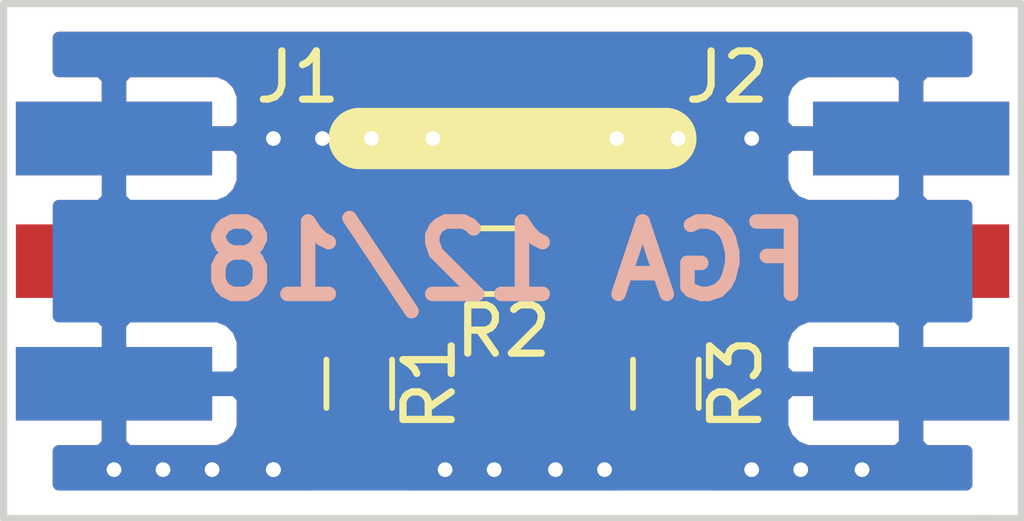
<source format=kicad_pcb>
(kicad_pcb (version 20171130) (host pcbnew 5.0.1)

  (general
    (thickness 1.6)
    (drawings 7)
    (tracks 45)
    (zones 0)
    (modules 5)
    (nets 4)
  )

  (page A4)
  (layers
    (0 F.Cu signal)
    (31 B.Cu signal)
    (32 B.Adhes user)
    (33 F.Adhes user)
    (34 B.Paste user)
    (35 F.Paste user)
    (36 B.SilkS user)
    (37 F.SilkS user)
    (38 B.Mask user)
    (39 F.Mask user)
    (40 Dwgs.User user)
    (41 Cmts.User user)
    (42 Eco1.User user)
    (43 Eco2.User user)
    (44 Edge.Cuts user)
    (45 Margin user)
    (46 B.CrtYd user)
    (47 F.CrtYd user)
    (48 B.Fab user)
    (49 F.Fab user)
  )

  (setup
    (last_trace_width 0.2032)
    (trace_clearance 0.2032)
    (zone_clearance 0.508)
    (zone_45_only no)
    (trace_min 0.2032)
    (segment_width 0.2)
    (edge_width 0.15)
    (via_size 0.6096)
    (via_drill 0.3048)
    (via_min_size 0.6096)
    (via_min_drill 0.3048)
    (uvia_size 0.3)
    (uvia_drill 0.1)
    (uvias_allowed no)
    (uvia_min_size 0.2)
    (uvia_min_drill 0.1)
    (pcb_text_width 0.3)
    (pcb_text_size 1.5 1.5)
    (mod_edge_width 0.15)
    (mod_text_size 1 1)
    (mod_text_width 0.15)
    (pad_size 1.524 1.524)
    (pad_drill 0.762)
    (pad_to_mask_clearance 0.051)
    (solder_mask_min_width 0.25)
    (aux_axis_origin 0 0)
    (visible_elements FFFFFF7F)
    (pcbplotparams
      (layerselection 0x010fc_ffffffff)
      (usegerberextensions false)
      (usegerberattributes false)
      (usegerberadvancedattributes false)
      (creategerberjobfile false)
      (excludeedgelayer true)
      (linewidth 0.100000)
      (plotframeref false)
      (viasonmask false)
      (mode 1)
      (useauxorigin false)
      (hpglpennumber 1)
      (hpglpenspeed 20)
      (hpglpendiameter 15.000000)
      (psnegative false)
      (psa4output false)
      (plotreference true)
      (plotvalue false)
      (plotinvisibletext false)
      (padsonsilk false)
      (subtractmaskfromsilk false)
      (outputformat 1)
      (mirror false)
      (drillshape 0)
      (scaleselection 1)
      (outputdirectory ""))
  )

  (net 0 "")
  (net 1 GND)
  (net 2 "Net-(J1-Pad1)")
  (net 3 "Net-(J2-Pad1)")

  (net_class Default "This is the default net class."
    (clearance 0.2032)
    (trace_width 0.2032)
    (via_dia 0.6096)
    (via_drill 0.3048)
    (uvia_dia 0.3)
    (uvia_drill 0.1)
    (diff_pair_gap 0.2032)
    (diff_pair_width 0.2032)
    (add_net GND)
  )

  (net_class 50Ohm ""
    (clearance 0.762)
    (trace_width 1.27)
    (via_dia 0.6096)
    (via_drill 0.3048)
    (uvia_dia 0.3)
    (uvia_drill 0.1)
    (diff_pair_gap 0.2032)
    (diff_pair_width 0.2032)
    (add_net "Net-(J1-Pad1)")
    (add_net "Net-(J2-Pad1)")
  )

  (module RFLego_Footprint:SMA_Edge (layer F.Cu) (tedit 5C163003) (tstamp 5C163161)
    (at 95.758 83.82)
    (path /5C16334A)
    (fp_text reference J1 (at 5.842 -3.81) (layer F.SilkS)
      (effects (font (size 1 1) (thickness 0.15)))
    )
    (fp_text value SMA (at 1.27 6.35) (layer F.Fab) hide
      (effects (font (size 1 1) (thickness 0.15)))
    )
    (pad 2 smd rect (at 2.032 2.54) (size 4.064 1.524) (layers F.Cu F.Mask)
      (net 1 GND))
    (pad 2 smd rect (at 2.032 -2.54) (size 4.064 1.524) (layers B.Cu B.Mask)
      (net 1 GND))
    (pad 2 smd rect (at 2.032 2.54) (size 4.064 1.524) (layers B.Cu B.Mask)
      (net 1 GND))
    (pad 2 smd rect (at 2.032 -2.54) (size 4.064 1.524) (layers F.Cu F.Mask)
      (net 1 GND))
    (pad 1 smd rect (at 2.032 0) (size 4.064 1.524) (layers F.Cu F.Mask)
      (net 2 "Net-(J1-Pad1)"))
  )

  (module RFLego_Footprint:SMA_Edge (layer F.Cu) (tedit 5C163003) (tstamp 5C16316A)
    (at 112.268 83.82)
    (path /5C1632B6)
    (fp_text reference J2 (at -1.778 -3.81) (layer F.SilkS)
      (effects (font (size 1 1) (thickness 0.15)))
    )
    (fp_text value SMA (at 1.27 6.35) (layer F.Fab) hide
      (effects (font (size 1 1) (thickness 0.15)))
    )
    (pad 1 smd rect (at 2.032 0) (size 4.064 1.524) (layers F.Cu F.Mask)
      (net 3 "Net-(J2-Pad1)"))
    (pad 2 smd rect (at 2.032 -2.54) (size 4.064 1.524) (layers F.Cu F.Mask)
      (net 1 GND))
    (pad 2 smd rect (at 2.032 2.54) (size 4.064 1.524) (layers B.Cu B.Mask)
      (net 1 GND))
    (pad 2 smd rect (at 2.032 -2.54) (size 4.064 1.524) (layers B.Cu B.Mask)
      (net 1 GND))
    (pad 2 smd rect (at 2.032 2.54) (size 4.064 1.524) (layers F.Cu F.Mask)
      (net 1 GND))
  )

  (module Resistors_SMD:R_0603_HandSoldering (layer F.Cu) (tedit 58E0A804) (tstamp 5C16317B)
    (at 102.87 86.36 270)
    (descr "Resistor SMD 0603, hand soldering")
    (tags "resistor 0603")
    (path /5C1630BE)
    (attr smd)
    (fp_text reference R1 (at 0 -1.45 270) (layer F.SilkS)
      (effects (font (size 1 1) (thickness 0.15)))
    )
    (fp_text value R (at 0 1.55 270) (layer F.Fab)
      (effects (font (size 1 1) (thickness 0.15)))
    )
    (fp_line (start 1.95 0.7) (end -1.96 0.7) (layer F.CrtYd) (width 0.05))
    (fp_line (start 1.95 0.7) (end 1.95 -0.7) (layer F.CrtYd) (width 0.05))
    (fp_line (start -1.96 -0.7) (end -1.96 0.7) (layer F.CrtYd) (width 0.05))
    (fp_line (start -1.96 -0.7) (end 1.95 -0.7) (layer F.CrtYd) (width 0.05))
    (fp_line (start -0.5 -0.68) (end 0.5 -0.68) (layer F.SilkS) (width 0.12))
    (fp_line (start 0.5 0.68) (end -0.5 0.68) (layer F.SilkS) (width 0.12))
    (fp_line (start -0.8 -0.4) (end 0.8 -0.4) (layer F.Fab) (width 0.1))
    (fp_line (start 0.8 -0.4) (end 0.8 0.4) (layer F.Fab) (width 0.1))
    (fp_line (start 0.8 0.4) (end -0.8 0.4) (layer F.Fab) (width 0.1))
    (fp_line (start -0.8 0.4) (end -0.8 -0.4) (layer F.Fab) (width 0.1))
    (fp_text user %R (at 0 0 270) (layer F.Fab)
      (effects (font (size 0.4 0.4) (thickness 0.075)))
    )
    (pad 2 smd rect (at 1.1 0 270) (size 1.2 0.9) (layers F.Cu F.Paste F.Mask)
      (net 1 GND))
    (pad 1 smd rect (at -1.1 0 270) (size 1.2 0.9) (layers F.Cu F.Paste F.Mask)
      (net 2 "Net-(J1-Pad1)"))
    (model ${KISYS3DMOD}/Resistors_SMD.3dshapes/R_0603.wrl
      (at (xyz 0 0 0))
      (scale (xyz 1 1 1))
      (rotate (xyz 0 0 0))
    )
  )

  (module Resistors_SMD:R_0603_HandSoldering (layer F.Cu) (tedit 58E0A804) (tstamp 5C16318C)
    (at 105.855001 83.82 180)
    (descr "Resistor SMD 0603, hand soldering")
    (tags "resistor 0603")
    (path /5C163136)
    (attr smd)
    (fp_text reference R2 (at 0 -1.45 180) (layer F.SilkS)
      (effects (font (size 1 1) (thickness 0.15)))
    )
    (fp_text value R (at 0 1.55 180) (layer F.Fab)
      (effects (font (size 1 1) (thickness 0.15)))
    )
    (fp_text user %R (at 0 0 180) (layer F.Fab)
      (effects (font (size 0.4 0.4) (thickness 0.075)))
    )
    (fp_line (start -0.8 0.4) (end -0.8 -0.4) (layer F.Fab) (width 0.1))
    (fp_line (start 0.8 0.4) (end -0.8 0.4) (layer F.Fab) (width 0.1))
    (fp_line (start 0.8 -0.4) (end 0.8 0.4) (layer F.Fab) (width 0.1))
    (fp_line (start -0.8 -0.4) (end 0.8 -0.4) (layer F.Fab) (width 0.1))
    (fp_line (start 0.5 0.68) (end -0.5 0.68) (layer F.SilkS) (width 0.12))
    (fp_line (start -0.5 -0.68) (end 0.5 -0.68) (layer F.SilkS) (width 0.12))
    (fp_line (start -1.96 -0.7) (end 1.95 -0.7) (layer F.CrtYd) (width 0.05))
    (fp_line (start -1.96 -0.7) (end -1.96 0.7) (layer F.CrtYd) (width 0.05))
    (fp_line (start 1.95 0.7) (end 1.95 -0.7) (layer F.CrtYd) (width 0.05))
    (fp_line (start 1.95 0.7) (end -1.96 0.7) (layer F.CrtYd) (width 0.05))
    (pad 1 smd rect (at -1.1 0 180) (size 1.2 0.9) (layers F.Cu F.Paste F.Mask)
      (net 3 "Net-(J2-Pad1)"))
    (pad 2 smd rect (at 1.1 0 180) (size 1.2 0.9) (layers F.Cu F.Paste F.Mask)
      (net 2 "Net-(J1-Pad1)"))
    (model ${KISYS3DMOD}/Resistors_SMD.3dshapes/R_0603.wrl
      (at (xyz 0 0 0))
      (scale (xyz 1 1 1))
      (rotate (xyz 0 0 0))
    )
  )

  (module Resistors_SMD:R_0603_HandSoldering (layer F.Cu) (tedit 58E0A804) (tstamp 5C16319D)
    (at 109.22 86.36 270)
    (descr "Resistor SMD 0603, hand soldering")
    (tags "resistor 0603")
    (path /5C16317D)
    (attr smd)
    (fp_text reference R3 (at 0 -1.45 270) (layer F.SilkS)
      (effects (font (size 1 1) (thickness 0.15)))
    )
    (fp_text value R (at 0 1.55 270) (layer F.Fab)
      (effects (font (size 1 1) (thickness 0.15)))
    )
    (fp_line (start 1.95 0.7) (end -1.96 0.7) (layer F.CrtYd) (width 0.05))
    (fp_line (start 1.95 0.7) (end 1.95 -0.7) (layer F.CrtYd) (width 0.05))
    (fp_line (start -1.96 -0.7) (end -1.96 0.7) (layer F.CrtYd) (width 0.05))
    (fp_line (start -1.96 -0.7) (end 1.95 -0.7) (layer F.CrtYd) (width 0.05))
    (fp_line (start -0.5 -0.68) (end 0.5 -0.68) (layer F.SilkS) (width 0.12))
    (fp_line (start 0.5 0.68) (end -0.5 0.68) (layer F.SilkS) (width 0.12))
    (fp_line (start -0.8 -0.4) (end 0.8 -0.4) (layer F.Fab) (width 0.1))
    (fp_line (start 0.8 -0.4) (end 0.8 0.4) (layer F.Fab) (width 0.1))
    (fp_line (start 0.8 0.4) (end -0.8 0.4) (layer F.Fab) (width 0.1))
    (fp_line (start -0.8 0.4) (end -0.8 -0.4) (layer F.Fab) (width 0.1))
    (fp_text user %R (at 0 0 270) (layer F.Fab)
      (effects (font (size 0.4 0.4) (thickness 0.075)))
    )
    (pad 2 smd rect (at 1.1 0 270) (size 1.2 0.9) (layers F.Cu F.Paste F.Mask)
      (net 1 GND))
    (pad 1 smd rect (at -1.1 0 270) (size 1.2 0.9) (layers F.Cu F.Paste F.Mask)
      (net 3 "Net-(J2-Pad1)"))
    (model ${KISYS3DMOD}/Resistors_SMD.3dshapes/R_0603.wrl
      (at (xyz 0 0 0))
      (scale (xyz 1 1 1))
      (rotate (xyz 0 0 0))
    )
  )

  (gr_text "FGA 12/18" (at 105.918 83.82) (layer B.SilkS)
    (effects (font (size 1.5 1.5) (thickness 0.3)) (justify mirror))
  )
  (gr_line (start 116.586 78.486) (end 95.504 78.486) (layer Edge.Cuts) (width 0.15))
  (gr_line (start 116.586 89.154) (end 116.586 78.486) (layer Edge.Cuts) (width 0.15))
  (gr_line (start 115.824 89.154) (end 116.586 89.154) (layer Edge.Cuts) (width 0.15))
  (gr_line (start 95.504 89.154) (end 115.824 89.154) (layer Edge.Cuts) (width 0.15))
  (gr_line (start 95.504 78.486) (end 95.504 89.154) (layer Edge.Cuts) (width 0.15))
  (gr_line (start 102.87 81.28) (end 109.22 81.28) (layer F.SilkS) (width 1.27))

  (via (at 101.092 81.28) (size 0.6096) (drill 0.3048) (layers F.Cu B.Cu) (net 1))
  (segment (start 97.79 81.28) (end 101.092 81.28) (width 0.2032) (layer F.Cu) (net 1))
  (via (at 102.108 81.28) (size 0.6096) (drill 0.3048) (layers F.Cu B.Cu) (net 1))
  (segment (start 101.092 81.28) (end 102.108 81.28) (width 0.2032) (layer B.Cu) (net 1))
  (segment (start 102.108 81.28) (end 103.124 81.28) (width 0.2032) (layer F.Cu) (net 1))
  (via (at 103.124 81.28) (size 0.6096) (drill 0.3048) (layers F.Cu B.Cu) (net 1))
  (segment (start 103.124 81.28) (end 103.886 81.28) (width 0.2032) (layer B.Cu) (net 1))
  (via (at 104.394 81.28) (size 0.6096) (drill 0.3048) (layers F.Cu B.Cu) (net 1))
  (segment (start 103.886 81.28) (end 104.394 81.28) (width 0.2032) (layer B.Cu) (net 1))
  (segment (start 97.79 86.36) (end 97.79 88.138) (width 0.2032) (layer F.Cu) (net 1))
  (via (at 97.79 88.138) (size 0.6096) (drill 0.3048) (layers F.Cu B.Cu) (net 1))
  (via (at 98.806 88.138) (size 0.6096) (drill 0.3048) (layers F.Cu B.Cu) (net 1))
  (segment (start 97.79 88.138) (end 98.806 88.138) (width 0.2032) (layer B.Cu) (net 1))
  (via (at 99.822 88.138) (size 0.6096) (drill 0.3048) (layers F.Cu B.Cu) (net 1))
  (segment (start 98.806 88.138) (end 99.822 88.138) (width 0.2032) (layer F.Cu) (net 1))
  (via (at 101.092 88.138) (size 0.6096) (drill 0.3048) (layers F.Cu B.Cu) (net 1))
  (segment (start 99.822 88.138) (end 101.092 88.138) (width 0.2032) (layer B.Cu) (net 1))
  (via (at 101.092 88.138) (size 0.6096) (drill 0.3048) (layers F.Cu B.Cu) (net 1))
  (via (at 101.092 88.138) (size 0.6096) (drill 0.3048) (layers F.Cu B.Cu) (net 1))
  (via (at 104.648 88.138) (size 0.6096) (drill 0.3048) (layers F.Cu B.Cu) (net 1))
  (segment (start 101.092 88.138) (end 104.648 88.138) (width 0.2032) (layer B.Cu) (net 1))
  (via (at 105.664 88.138) (size 0.6096) (drill 0.3048) (layers F.Cu B.Cu) (net 1))
  (segment (start 104.648 88.138) (end 105.664 88.138) (width 0.2032) (layer F.Cu) (net 1))
  (via (at 106.934 88.138) (size 0.6096) (drill 0.3048) (layers F.Cu B.Cu) (net 1))
  (segment (start 105.664 88.138) (end 106.934 88.138) (width 0.2032) (layer B.Cu) (net 1))
  (via (at 107.95 88.138) (size 0.6096) (drill 0.3048) (layers F.Cu B.Cu) (net 1))
  (segment (start 106.934 88.138) (end 107.95 88.138) (width 0.2032) (layer F.Cu) (net 1))
  (via (at 110.998 88.138) (size 0.6096) (drill 0.3048) (layers F.Cu B.Cu) (net 1))
  (segment (start 107.95 88.138) (end 110.998 88.138) (width 0.2032) (layer B.Cu) (net 1))
  (via (at 112.014 88.138) (size 0.6096) (drill 0.3048) (layers F.Cu B.Cu) (net 1))
  (segment (start 110.998 88.138) (end 112.014 88.138) (width 0.2032) (layer F.Cu) (net 1))
  (via (at 113.284 88.138) (size 0.6096) (drill 0.3048) (layers F.Cu B.Cu) (net 1))
  (segment (start 112.014 88.138) (end 113.284 88.138) (width 0.2032) (layer B.Cu) (net 1))
  (via (at 108.204 81.28) (size 0.6096) (drill 0.3048) (layers F.Cu B.Cu) (net 1))
  (segment (start 104.394 81.28) (end 108.204 81.28) (width 0.2032) (layer F.Cu) (net 1))
  (via (at 109.474 81.28) (size 0.6096) (drill 0.3048) (layers F.Cu B.Cu) (net 1))
  (segment (start 108.204 81.28) (end 109.474 81.28) (width 0.2032) (layer B.Cu) (net 1))
  (via (at 110.998 81.28) (size 0.6096) (drill 0.3048) (layers F.Cu B.Cu) (net 1))
  (segment (start 109.474 81.28) (end 110.998 81.28) (width 0.2032) (layer F.Cu) (net 1))
  (segment (start 102.87 85.26) (end 102.87 83.82) (width 1.27) (layer F.Cu) (net 2))
  (segment (start 104.755001 83.82) (end 102.87 83.82) (width 1.27) (layer F.Cu) (net 2))
  (segment (start 102.87 83.82) (end 97.79 83.82) (width 1.27) (layer F.Cu) (net 2))
  (segment (start 109.22 85.26) (end 109.22 83.82) (width 1.27) (layer F.Cu) (net 3))
  (segment (start 106.955001 83.82) (end 109.22 83.82) (width 1.27) (layer F.Cu) (net 3))
  (segment (start 109.22 83.82) (end 114.3 83.82) (width 1.27) (layer F.Cu) (net 3))

  (zone (net 1) (net_name GND) (layer F.Cu) (tstamp 5C163444) (hatch edge 0.508)
    (connect_pads (clearance 0.508))
    (min_thickness 0.254)
    (fill yes (arc_segments 16) (thermal_gap 0.508) (thermal_bridge_width 0.508))
    (polygon
      (pts
        (xy 96.52 78.74) (xy 115.57 78.74) (xy 115.57 88.9) (xy 96.52 88.9)
      )
    )
    (filled_polygon
      (pts
        (xy 106.008131 85.107419) (xy 106.193951 85.144381) (xy 106.360366 85.255576) (xy 106.804904 85.344) (xy 107.696 85.344)
        (xy 107.696 85.410096) (xy 107.784424 85.854634) (xy 107.895619 86.021049) (xy 107.932581 86.20687) (xy 108.129067 86.500933)
        (xy 108.209226 86.554493) (xy 108.135 86.733691) (xy 108.135 87.17425) (xy 108.29375 87.333) (xy 109.093 87.333)
        (xy 109.093 87.313) (xy 109.347 87.313) (xy 109.347 87.333) (xy 110.14625 87.333) (xy 110.305 87.17425)
        (xy 110.305 86.733691) (xy 110.268574 86.64575) (xy 111.633 86.64575) (xy 111.633 87.24831) (xy 111.729673 87.481699)
        (xy 111.908302 87.660327) (xy 112.141691 87.757) (xy 114.01425 87.757) (xy 114.173 87.59825) (xy 114.173 86.487)
        (xy 111.79175 86.487) (xy 111.633 86.64575) (xy 110.268574 86.64575) (xy 110.230774 86.554493) (xy 110.310933 86.500933)
        (xy 110.507419 86.20687) (xy 110.544381 86.02105) (xy 110.655576 85.854635) (xy 110.744 85.410097) (xy 110.744 85.344)
        (xy 111.685891 85.344) (xy 111.633 85.47169) (xy 111.633 86.07425) (xy 111.79175 86.233) (xy 114.173 86.233)
        (xy 114.173 86.213) (xy 114.427 86.213) (xy 114.427 86.233) (xy 114.447 86.233) (xy 114.447 86.487)
        (xy 114.427 86.487) (xy 114.427 87.59825) (xy 114.58575 87.757) (xy 115.443 87.757) (xy 115.443 88.444)
        (xy 110.184025 88.444) (xy 110.208327 88.419698) (xy 110.305 88.186309) (xy 110.305 87.74575) (xy 110.14625 87.587)
        (xy 109.347 87.587) (xy 109.347 87.607) (xy 109.093 87.607) (xy 109.093 87.587) (xy 108.29375 87.587)
        (xy 108.135 87.74575) (xy 108.135 88.186309) (xy 108.231673 88.419698) (xy 108.255975 88.444) (xy 103.834025 88.444)
        (xy 103.858327 88.419698) (xy 103.955 88.186309) (xy 103.955 87.74575) (xy 103.79625 87.587) (xy 102.997 87.587)
        (xy 102.997 87.607) (xy 102.743 87.607) (xy 102.743 87.587) (xy 101.94375 87.587) (xy 101.785 87.74575)
        (xy 101.785 88.186309) (xy 101.881673 88.419698) (xy 101.905975 88.444) (xy 96.647 88.444) (xy 96.647 87.757)
        (xy 97.50425 87.757) (xy 97.663 87.59825) (xy 97.663 86.487) (xy 97.917 86.487) (xy 97.917 87.59825)
        (xy 98.07575 87.757) (xy 99.948309 87.757) (xy 100.181698 87.660327) (xy 100.360327 87.481699) (xy 100.457 87.24831)
        (xy 100.457 86.64575) (xy 100.29825 86.487) (xy 97.917 86.487) (xy 97.663 86.487) (xy 97.643 86.487)
        (xy 97.643 86.233) (xy 97.663 86.233) (xy 97.663 86.213) (xy 97.917 86.213) (xy 97.917 86.233)
        (xy 100.29825 86.233) (xy 100.457 86.07425) (xy 100.457 85.47169) (xy 100.404109 85.344) (xy 101.346 85.344)
        (xy 101.346 85.410096) (xy 101.434424 85.854634) (xy 101.545619 86.021049) (xy 101.582581 86.20687) (xy 101.779067 86.500933)
        (xy 101.859226 86.554493) (xy 101.785 86.733691) (xy 101.785 87.17425) (xy 101.94375 87.333) (xy 102.743 87.333)
        (xy 102.743 87.313) (xy 102.997 87.313) (xy 102.997 87.333) (xy 103.79625 87.333) (xy 103.955 87.17425)
        (xy 103.955 86.733691) (xy 103.880774 86.554493) (xy 103.960933 86.500933) (xy 104.157419 86.20687) (xy 104.194381 86.02105)
        (xy 104.305576 85.854635) (xy 104.394 85.410097) (xy 104.394 85.344) (xy 104.905098 85.344) (xy 105.349636 85.255576)
        (xy 105.516051 85.144381) (xy 105.701871 85.107419) (xy 105.855001 85.005101)
      )
    )
    (filled_polygon
      (pts
        (xy 115.443 79.883) (xy 114.58575 79.883) (xy 114.427 80.04175) (xy 114.427 81.153) (xy 114.447 81.153)
        (xy 114.447 81.407) (xy 114.427 81.407) (xy 114.427 81.427) (xy 114.173 81.427) (xy 114.173 81.407)
        (xy 111.79175 81.407) (xy 111.633 81.56575) (xy 111.633 82.16831) (xy 111.685891 82.296) (xy 109.370097 82.296)
        (xy 109.22 82.266144) (xy 109.069904 82.296) (xy 106.804904 82.296) (xy 106.360366 82.384424) (xy 106.193951 82.495619)
        (xy 106.008131 82.532581) (xy 105.855001 82.634899) (xy 105.701871 82.532581) (xy 105.516051 82.495619) (xy 105.349636 82.384424)
        (xy 104.905098 82.296) (xy 103.020097 82.296) (xy 102.87 82.266144) (xy 102.719904 82.296) (xy 100.404109 82.296)
        (xy 100.457 82.16831) (xy 100.457 81.56575) (xy 100.29825 81.407) (xy 97.917 81.407) (xy 97.917 81.427)
        (xy 97.663 81.427) (xy 97.663 81.407) (xy 97.643 81.407) (xy 97.643 81.153) (xy 97.663 81.153)
        (xy 97.663 80.04175) (xy 97.917 80.04175) (xy 97.917 81.153) (xy 100.29825 81.153) (xy 100.457 80.99425)
        (xy 100.457 80.39169) (xy 111.633 80.39169) (xy 111.633 80.99425) (xy 111.79175 81.153) (xy 114.173 81.153)
        (xy 114.173 80.04175) (xy 114.01425 79.883) (xy 112.141691 79.883) (xy 111.908302 79.979673) (xy 111.729673 80.158301)
        (xy 111.633 80.39169) (xy 100.457 80.39169) (xy 100.360327 80.158301) (xy 100.181698 79.979673) (xy 99.948309 79.883)
        (xy 98.07575 79.883) (xy 97.917 80.04175) (xy 97.663 80.04175) (xy 97.50425 79.883) (xy 96.647 79.883)
        (xy 96.647 79.196) (xy 115.443 79.196)
      )
    )
  )
  (zone (net 1) (net_name GND) (layer B.Cu) (tstamp 5C163474) (hatch edge 0.508)
    (connect_pads (clearance 0.508))
    (min_thickness 0.254)
    (fill yes (arc_segments 16) (thermal_gap 0.508) (thermal_bridge_width 0.508))
    (polygon
      (pts
        (xy 96.52 78.74) (xy 115.57 78.74) (xy 115.57 88.9) (xy 96.52 88.9)
      )
    )
    (filled_polygon
      (pts
        (xy 115.443 79.883) (xy 114.58575 79.883) (xy 114.427 80.04175) (xy 114.427 81.153) (xy 114.447 81.153)
        (xy 114.447 81.407) (xy 114.427 81.407) (xy 114.427 82.51825) (xy 114.58575 82.677) (xy 115.443 82.677)
        (xy 115.443 84.963) (xy 114.58575 84.963) (xy 114.427 85.12175) (xy 114.427 86.233) (xy 114.447 86.233)
        (xy 114.447 86.487) (xy 114.427 86.487) (xy 114.427 87.59825) (xy 114.58575 87.757) (xy 115.443 87.757)
        (xy 115.443 88.444) (xy 96.647 88.444) (xy 96.647 87.757) (xy 97.50425 87.757) (xy 97.663 87.59825)
        (xy 97.663 86.487) (xy 97.917 86.487) (xy 97.917 87.59825) (xy 98.07575 87.757) (xy 99.948309 87.757)
        (xy 100.181698 87.660327) (xy 100.360327 87.481699) (xy 100.457 87.24831) (xy 100.457 86.64575) (xy 111.633 86.64575)
        (xy 111.633 87.24831) (xy 111.729673 87.481699) (xy 111.908302 87.660327) (xy 112.141691 87.757) (xy 114.01425 87.757)
        (xy 114.173 87.59825) (xy 114.173 86.487) (xy 111.79175 86.487) (xy 111.633 86.64575) (xy 100.457 86.64575)
        (xy 100.29825 86.487) (xy 97.917 86.487) (xy 97.663 86.487) (xy 97.643 86.487) (xy 97.643 86.233)
        (xy 97.663 86.233) (xy 97.663 85.12175) (xy 97.917 85.12175) (xy 97.917 86.233) (xy 100.29825 86.233)
        (xy 100.457 86.07425) (xy 100.457 85.47169) (xy 111.633 85.47169) (xy 111.633 86.07425) (xy 111.79175 86.233)
        (xy 114.173 86.233) (xy 114.173 85.12175) (xy 114.01425 84.963) (xy 112.141691 84.963) (xy 111.908302 85.059673)
        (xy 111.729673 85.238301) (xy 111.633 85.47169) (xy 100.457 85.47169) (xy 100.360327 85.238301) (xy 100.181698 85.059673)
        (xy 99.948309 84.963) (xy 98.07575 84.963) (xy 97.917 85.12175) (xy 97.663 85.12175) (xy 97.50425 84.963)
        (xy 96.647 84.963) (xy 96.647 82.677) (xy 97.50425 82.677) (xy 97.663 82.51825) (xy 97.663 81.407)
        (xy 97.917 81.407) (xy 97.917 82.51825) (xy 98.07575 82.677) (xy 99.948309 82.677) (xy 100.181698 82.580327)
        (xy 100.360327 82.401699) (xy 100.457 82.16831) (xy 100.457 81.56575) (xy 111.633 81.56575) (xy 111.633 82.16831)
        (xy 111.729673 82.401699) (xy 111.908302 82.580327) (xy 112.141691 82.677) (xy 114.01425 82.677) (xy 114.173 82.51825)
        (xy 114.173 81.407) (xy 111.79175 81.407) (xy 111.633 81.56575) (xy 100.457 81.56575) (xy 100.29825 81.407)
        (xy 97.917 81.407) (xy 97.663 81.407) (xy 97.643 81.407) (xy 97.643 81.153) (xy 97.663 81.153)
        (xy 97.663 80.04175) (xy 97.917 80.04175) (xy 97.917 81.153) (xy 100.29825 81.153) (xy 100.457 80.99425)
        (xy 100.457 80.39169) (xy 111.633 80.39169) (xy 111.633 80.99425) (xy 111.79175 81.153) (xy 114.173 81.153)
        (xy 114.173 80.04175) (xy 114.01425 79.883) (xy 112.141691 79.883) (xy 111.908302 79.979673) (xy 111.729673 80.158301)
        (xy 111.633 80.39169) (xy 100.457 80.39169) (xy 100.360327 80.158301) (xy 100.181698 79.979673) (xy 99.948309 79.883)
        (xy 98.07575 79.883) (xy 97.917 80.04175) (xy 97.663 80.04175) (xy 97.50425 79.883) (xy 96.647 79.883)
        (xy 96.647 79.196) (xy 115.443 79.196)
      )
    )
  )
)

</source>
